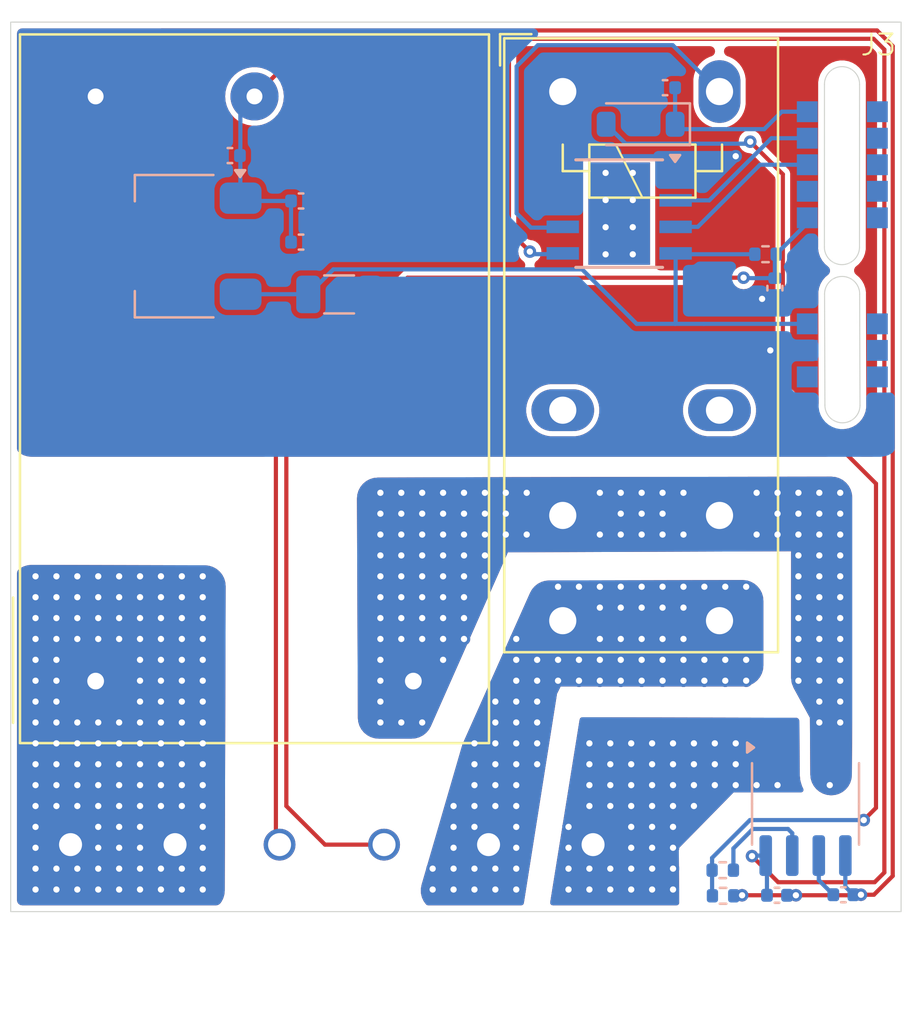
<source format=kicad_pcb>
(kicad_pcb (version 20240108) (generator "pcbnew") (generator_version "8.0")
  (layers (0 "F.Cu" signal) (31 "B.Cu" signal) (34 "B.Paste" user) (35 "F.Paste" user) (36 "B.SilkS" user "B.Silkscreen") (37 "F.SilkS" user "F.Silkscreen") (38 "B.Mask" user) (39 "F.Mask" user) (44 "Edge.Cuts" user))
  (net 0 "")
  (net 1 "MCU_MANUAL_SWITCH")
  (net 2 "GND")
  (net 3 "+5V")
  (net 4 "Net-(U1-FILTER)")
  (net 5 "MCU_POWER_CONS")
  (net 6 "MCU_VDD")
  (net 7 "MCU_RELAY_ON")
  (net 10 "Net-(D3-A)")
  (net 11 "MCU_RELAY_OFF")
  (net 13 "GNDPWR")
  (net 14 "AC")
  (net 15 "Net-(U1-VIOUT)")
  (net 17 "Net-(U2-OUT1)")
  (net 18 "/Power Switch/IP+")
  (net 19 "/Power Switch/LINE_OUT")
  (footprint "Pandora:Zeus Connector_2" (layer "F.Cu") (at 123.925 53.25)
    (property "Reference" "J3")
    (property "Value" "~")
    (fp_line (start -1.682179 6.471189) (end -1.678842 -1.314359) (stroke (width 0.05)) (layer "Edge.Cuts"))
    (fp_line (start -1.657179 14.046189) (end -1.673332 8.732226) (stroke (width 0.05)) (layer "Edge.Cuts"))
    (fp_line (start -0.000001 -1.3) (end -0.003338 6.485548) (stroke (width 0.05)) (layer "Edge.Cuts"))
    (fp_line (start 0.005509 8.746585) (end 0.021662 14.060548) (stroke (width 0.05)) (layer "Edge.Cuts"))
    (fp_arc (start -1.678842 -1.314359) (mid -0.83218 -2.153811) (end -0.000001 -1.3) (stroke (width 0.05)) (layer "Edge.Cuts"))
    (fp_arc (start -1.673332 8.732226) (mid -0.82667 7.892774) (end 0.005509 8.746585) (stroke (width 0.05)) (layer "Edge.Cuts"))
    (fp_arc (start -0.003338 6.485548) (mid -0.85 7.325) (end -1.682179 6.471189) (stroke (width 0.05)) (layer "Edge.Cuts"))
    (fp_arc (start 0.021662 14.060548) (mid -0.825 14.9) (end -1.657179 14.046189) (stroke (width 0.05)) (layer "Edge.Cuts"))
  )
  (footprint "Converter_ACDC:Converter_ACDC_MeanWell_IRM-02-xx_THT" (layer "F.Cu") (at 87.376 80.518 90)
    (property "Reference" "PS1" (hide yes))
    (property "Value" "IRM-02-5")
  )
  (footprint "Relay_THT:Relay_SPDT_Schrack-RT1-16A-FormC_RM5mm" (layer "F.Cu") (at 109.725 52.285 -90)
    (property "Reference" "K1" (hide yes))
    (property "Value" "RT314A05")
  )
  (footprint "Pandora:TE-2-796683-8" (layer "F.Cu") (at 86.175 88.35 90)
    (property "Reference" "J1" (hide yes))
    (property "Value" "Screw_Terminal_01x06")
  )
  (footprint "Capacitor_SMD:C_0402_1005Metric" (layer "B.Cu") (at 97.205 57.525)
    (property "Reference" "C6" (hide yes))
    (property "Value" "1uF")
  )
  (footprint "Package_TO_SOT_SMD:SOT-223-3_TabPin2" (layer "B.Cu") (at 91.161 59.69 180)
    (property "Reference" "U5" (hide yes))
    (property "Value" "LM3940")
  )
  (footprint "Resistor_SMD:R_0402_1005Metric" (layer "B.Cu") (at 117.38 89.575 180)
    (property "Reference" "R5" (hide yes))
    (property "Value" "2.1K")
  )
  (footprint "Capacitor_SMD:C_1206_3216Metric" (layer "B.Cu") (at 99.024999 62)
    (property "Reference" "C45" (hide yes))
    (property "Value" "33uF")
  )
  (footprint "Capacitor_SMD:C_0402_1005Metric" (layer "B.Cu") (at 97.205 59.495)
    (property "Reference" "C1" (hide yes))
    (property "Value" "0.1uF")
  )
  (footprint "Resistor_SMD:R_0402_1005Metric" (layer "B.Cu") (at 117.395001 90.8)
    (property "Reference" "R7" (hide yes))
    (property "Value" "10K")
  )
  (footprint "Capacitor_SMD:C_0402_1005Metric" (layer "B.Cu") (at 119.975 90.775)
    (property "Reference" "C3" (hide yes))
    (property "Value" "0.1uF")
  )
  (footprint "Resistor_SMD:R_0402_1005Metric" (layer "B.Cu") (at 119.425 60.075)
    (property "Reference" "R2" (hide yes))
    (property "Value" "100k")
  )
  (footprint "Package_SO:Texas_HSOP-8-1EP_3.9x4.9mm_P1.27mm_ThermalVias" (layer "B.Cu") (at 112.425 58.13 180)
    (property "Reference" "U2" (hide yes))
    (property "Value" "DRV8251")
  )
  (footprint "Capacitor_SMD:C_0402_1005Metric" (layer "B.Cu") (at 114.62 52.1 180)
    (property "Reference" "C5" (hide yes))
    (property "Value" "C")
  )
  (footprint "Capacitor_SMD:C_0402_1005Metric" (layer "B.Cu") (at 123.15 90.75)
    (property "Reference" "C4" (hide yes))
    (property "Value" "1nF")
  )
  (footprint "Capacitor_SMD:C_0402_1005Metric" (layer "B.Cu") (at 119.875 61.7 -90)
    (property "Reference" "C2" (hide yes))
    (property "Value" "0.1U")
  )
  (footprint "Capacitor_SMD:C_0402_1005Metric" (layer "B.Cu") (at 93.8 55.35 180)
    (property "Reference" "C44" (hide yes))
    (property "Value" "0.47uF")
  )
  (footprint "Package_SO:SOIC-8_3.9x4.9mm_P1.27mm" (layer "B.Cu") (at 121.34 86.4 -90)
    (property "Reference" "U1" (hide yes))
    (property "Value" "ACS712xLCTR-20A")
  )
  (footprint "Diode_SMD:D_SOD-123" (layer "B.Cu") (at 113.45 53.85 180)
    (property "Reference" "D3" (hide yes))
    (property "Value" "1N4448W")
  )
  (gr_rect (start 83.312 48.9585) (end 125.912 91.5585) (stroke (width 0.05)) (fill none) (layer "Edge.Cuts"))
  (segment (start 96 88.175) (end 96 67.5) (width 0.2) (layer "F.Cu") (net 1))
  (segment (start 102.3 61.2) (end 118.375 61.2) (width 0.2) (layer "F.Cu") (net 1))
  (segment (start 96.175 88.35) (end 96 88.175) (width 0.2) (layer "F.Cu") (net 1))
  (segment (start 96 67.5) (end 102.3 61.2) (width 0.2) (layer "F.Cu") (net 1))
  (via (at 118.375 61.2) (size 0.6) (drill 0.3) (layers "F.Cu" "B.Cu") (net 1))
  (segment (start 119.875 60.134999) (end 119.934999 60.075) (width 0.2) (layer "B.Cu") (net 1))
  (segment (start 121.679999 58.33) (end 119.934999 60.075) (width 0.2) (layer "B.Cu") (net 1))
  (segment (start 119.875 61.22) (end 118.395 61.22) (width 0.2) (layer "B.Cu") (net 1))
  (segment (start 118.395 61.22) (end 118.375 61.2) (width 0.2) (layer "B.Cu") (net 1))
  (segment (start 119.875 61.22) (end 119.875 60.134999) (width 0.2) (layer "B.Cu") (net 1))
  (segment (start 124.612 90.75) (end 125.512 89.85) (width 0.2) (layer "F.Cu") (net 2))
  (segment (start 119.261765 64.286765) (end 119.655 64.68) (width 0.2) (layer "F.Cu") (net 2))
  (segment (start 123.992 90.75) (end 124.612 90.75) (width 0.2) (layer "F.Cu") (net 2))
  (segment (start 96.5 67.565686) (end 96.5 86.5) (width 0.2) (layer "F.Cu") (net 2))
  (segment (start 120.88 90.775) (end 118.305 90.775) (width 0.2) (layer "F.Cu") (net 2))
  (segment (start 123.967 90.775) (end 123.992 90.75) (width 0.2) (layer "F.Cu") (net 2))
  (segment (start 125.512 50.109314) (end 124.761186 49.3585) (width 0.2) (layer "F.Cu") (net 2))
  (segment (start 98.35 88.35) (end 101.175 88.35) (width 0.2) (layer "F.Cu") (net 2))
  (segment (start 118.89853 61.85) (end 102.215686 61.85) (width 0.2) (layer "F.Cu") (net 2))
  (segment (start 124.761186 49.3585) (end 90.5355 49.3585) (width 0.2) (layer "F.Cu") (net 2))
  (segment (start 90.5355 49.3585) (end 87.376 52.518) (width 0.2) (layer "F.Cu") (net 2))
  (segment (start 120.88 90.775) (end 123.967 90.775) (width 0.2) (layer "F.Cu") (net 2))
  (segment (start 119.261765 62.213235) (end 119.261765 64.286765) (width 0.2) (layer "F.Cu") (net 2))
  (segment (start 125.512 89.85) (end 125.512 50.109314) (width 0.2) (layer "F.Cu") (net 2))
  (segment (start 102.215686 61.85) (end 96.5 67.565686) (width 0.2) (layer "F.Cu") (net 2))
  (segment (start 118 55.38) (end 119.261765 56.641765) (width 0.2) (layer "F.Cu") (net 2))
  (segment (start 119.261765 62.213235) (end 118.89853 61.85) (width 0.2) (layer "F.Cu") (net 2))
  (segment (start 96.5 86.5) (end 98.35 88.35) (width 0.2) (layer "F.Cu") (net 2))
  (segment (start 119.261765 56.641765) (end 119.261765 62.213235) (width 0.2) (layer "F.Cu") (net 2))
  (via (at 119.655 64.68) (size 0.6) (drill 0.3) (layers "F.Cu" "B.Cu") (net 2))
  (via (at 120.88 90.775) (size 0.6) (drill 0.3) (layers "F.Cu" "B.Cu") (net 2))
  (via (at 123.992 90.75) (size 0.6) (drill 0.3) (layers "F.Cu" "B.Cu") (net 2))
  (via (at 118 55.38) (size 0.6) (drill 0.3) (layers "F.Cu" "B.Cu") (net 2))
  (via (at 119.261765 62.213235) (size 0.6) (drill 0.3) (layers "F.Cu" "B.Cu") (net 2))
  (via (at 118.305 90.775) (size 0.6) (drill 0.3) (layers "F.Cu" "B.Cu") (net 2))
  (segment (start 109.725 54.525) (end 109.725 52.285) (width 0.2) (layer "B.Cu") (net 2))
  (segment (start 117.93 90.775) (end 117.905 90.8) (width 0.2) (layer "B.Cu") (net 2))
  (segment (start 118 55.38) (end 110.58 55.38) (width 0.2) (layer "B.Cu") (net 2))
  (segment (start 123.245 88.875) (end 123.245 90.365) (width 0.2) (layer "B.Cu") (net 2))
  (segment (start 123.992 90.75) (end 123.63 90.75) (width 0.2) (layer "B.Cu") (net 2))
  (segment (start 120.455 90.775) (end 120.88 90.775) (width 0.2) (layer "B.Cu") (net 2))
  (segment (start 121.425 64.68) (end 119.655 64.68) (width 0.2) (layer "B.Cu") (net 2))
  (segment (start 119.295 62.18) (end 119.875 62.18) (width 0.2) (layer "B.Cu") (net 2))
  (segment (start 118.305 90.775) (end 117.93 90.775) (width 0.2) (layer "B.Cu") (net 2))
  (segment (start 88.011 59.69) (end 88.011 53.153) (width 0.2) (layer "B.Cu") (net 2))
  (segment (start 88.011 53.153) (end 87.376 52.518) (width 0.2) (layer "B.Cu") (net 2))
  (segment (start 110.58 55.38) (end 109.725 54.525) (width 0.2) (layer "B.Cu") (net 2))
  (segment (start 119.261765 62.213235) (end 119.295 62.18) (width 0.2) (layer "B.Cu") (net 2))
  (segment (start 123.245 90.365) (end 123.63 90.75) (width 0.2) (layer "B.Cu") (net 2))
  (segment (start 107.15 58.95) (end 107.15 49.7585) (width 0.2) (layer "F.Cu") (net 3))
  (segment (start 125.112 89.684314) (end 125.112 50.275) (width 0.2) (layer "F.Cu") (net 3))
  (segment (start 97.7165 49.7585) (end 94.976 52.499) (width 0.2) (layer "F.Cu") (net 3))
  (segment (start 108.15 59.95) (end 107.15 58.95) (width 0.2) (layer "F.Cu") (net 3))
  (segment (start 124.5955 49.7585) (end 97.7165 49.7585) (width 0.2) (layer "F.Cu") (net 3))
  (segment (start 124.5955 49.7585) (end 125.112 50.275) (width 0.2) (layer "F.Cu") (net 3))
  (segment (start 124.646314 90.15) (end 125.112 89.684314) (width 0.2) (layer "F.Cu") (net 3))
  (segment (start 120.03 90.15) (end 124.646314 90.15) (width 0.2) (layer "F.Cu") (net 3))
  (segment (start 118.78 88.9) (end 120.03 90.15) (width 0.2) (layer "F.Cu") (net 3))
  (segment (start 94.976 52.499) (end 94.976 52.518) (width 0.2) (layer "F.Cu") (net 3))
  (via (at 118.78 88.9) (size 0.6) (drill 0.3) (layers "F.Cu" "B.Cu") (net 3))
  (via (at 108.15 59.95) (size 0.6) (drill 0.3) (layers "F.Cu" "B.Cu") (net 3))
  (segment (start 108.2964 60.0964) (end 108.303 60.0964) (width 0.2) (layer "B.Cu") (net 3))
  (segment (start 108.303 60.0964) (end 108.3284 60.071) (width 0.2) (layer "B.Cu") (net 3))
  (segment (start 119.495 90.775) (end 119.495 88.935) (width 0.2) (layer "B.Cu") (net 3))
  (segment (start 108.3284 60.071) (end 110.076 60.071) (width 0.2) (layer "B.Cu") (net 3))
  (segment (start 119.435 88.875) (end 118.805 88.875) (width 0.2) (layer "B.Cu") (net 3))
  (segment (start 94.3 55.372) (end 94.3 53.194) (width 0.2) (layer "B.Cu") (net 3))
  (segment (start 94.3 55.372) (end 94.3 57.379) (width 0.2) (layer "B.Cu") (net 3))
  (segment (start 94.3 53.194) (end 94.976 52.518) (width 0.2) (layer "B.Cu") (net 3))
  (segment (start 118.805 88.875) (end 118.78 88.9) (width 0.2) (layer "B.Cu") (net 3))
  (segment (start 119.495 88.935) (end 119.435 88.875) (width 0.2) (layer "B.Cu") (net 3))
  (segment (start 96.725 59.495) (end 96.725 57.525) (width 0.2) (layer "B.Cu") (net 3))
  (segment (start 94.446 57.525) (end 94.311 57.39) (width 0.2) (layer "B.Cu") (net 3))
  (segment (start 94.3 57.379) (end 94.311 57.39) (width 0.2) (layer "B.Cu") (net 3))
  (segment (start 108.15 59.95) (end 108.2964 60.0964) (width 0.2) (layer "B.Cu") (net 3))
  (segment (start 96.725 57.525) (end 94.446 57.525) (width 0.2) (layer "B.Cu") (net 3))
  (segment (start 122.67 90.75) (end 121.975 90.055) (width 0.2) (layer "B.Cu") (net 4))
  (segment (start 121.975 90.055) (end 121.975 88.875) (width 0.2) (layer "B.Cu") (net 4))
  (segment (start 115.1 52.1) (end 115.1 53.85) (width 0.2) (layer "B.Cu") (net 5))
  (segment (start 115.1 53.85) (end 115.335 54.085) (width 0.2) (layer "B.Cu") (net 5))
  (segment (start 120.2 53.25) (end 121.425 53.25) (width 0.2) (layer "B.Cu") (net 5))
  (segment (start 119.365 54.085) (end 120.2 53.25) (width 0.2) (layer "B.Cu") (net 5))
  (segment (start 115.335 54.085) (end 119.365 54.085) (width 0.2) (layer "B.Cu") (net 5))
  (segment (start 115.48 60.075) (end 118.915001 60.075) (width 0.2) (layer "B.Cu") (net 6))
  (segment (start 94.311 61.99) (end 97.539998 61.99) (width 0.2) (layer "B.Cu") (net 6))
  (segment (start 110.65 60.8) (end 113.26 63.41) (width 0.2) (layer "B.Cu") (net 6))
  (segment (start 115.125 63.385) (end 115.1 63.41) (width 0.2) (layer "B.Cu") (net 6))
  (segment (start 115.476 60.079) (end 115.48 60.075) (width 0.2) (layer "B.Cu") (net 6))
  (segment (start 115.1 63.41) (end 116.466 63.41) (width 0.2) (layer "B.Cu") (net 6))
  (segment (start 121.425 63.41) (end 116.466 63.41) (width 0.2) (layer "B.Cu") (net 6))
  (segment (start 97.539998 61.99) (end 97.549998 62) (width 0.2) (layer "B.Cu") (net 6))
  (segment (start 98.749998 60.8) (end 110.65 60.8) (width 0.2) (layer "B.Cu") (net 6))
  (segment (start 97.549998 62) (end 98.749998 60.8) (width 0.2) (layer "B.Cu") (net 6))
  (segment (start 113.26 63.41) (end 115.1 63.41) (width 0.2) (layer "B.Cu") (net 6))
  (segment (start 115.125 60.035) (end 115.125 63.385) (width 0.2) (layer "B.Cu") (net 6))
  (segment (start 119.16 55.79) (end 116.185 58.765) (width 0.2) (layer "B.Cu") (net 7))
  (segment (start 121.425 55.79) (end 119.16 55.79) (width 0.2) (layer "B.Cu") (net 7))
  (segment (start 116.185 58.765) (end 115.125 58.765) (width 0.2) (layer "B.Cu") (net 7))
  (segment (start 118.695002 54.685) (end 120.255 56.244998) (width 0.2) (layer "F.Cu") (net 10))
  (segment (start 124.712 86.588) (end 124.125 87.175) (width 0.2) (layer "F.Cu") (net 10))
  (segment (start 120.255 66.605) (end 124.712 71.062) (width 0.2) (layer "F.Cu") (net 10))
  (segment (start 124.712 71.062) (end 124.712 86.588) (width 0.2) (layer "F.Cu") (net 10))
  (segment (start 120.255 56.244998) (end 120.255 66.605) (width 0.2) (layer "F.Cu") (net 10))
  (via (at 124.125 87.175) (size 0.6) (drill 0.3) (layers "F.Cu" "B.Cu") (net 10))
  (via (at 118.695002 54.685) (size 0.6) (drill 0.3) (layers "F.Cu" "B.Cu") (net 10))
  (segment (start 118.600002 54.78) (end 118.695002 54.685) (width 0.2) (layer "B.Cu") (net 10))
  (segment (start 112.73 54.78) (end 118.600002 54.78) (width 0.2) (layer "B.Cu") (net 10))
  (segment (start 116.870001 88.984999) (end 118.68 87.175) (width 0.2) (layer "B.Cu") (net 10))
  (segment (start 116.870001 89.575) (end 116.870001 90.784999) (width 0.2) (layer "B.Cu") (net 10))
  (segment (start 111.8 53.85) (end 112.73 54.78) (width 0.2) (layer "B.Cu") (net 10))
  (segment (start 118.68 87.175) (end 124.125 87.175) (width 0.2) (layer "B.Cu") (net 10))
  (segment (start 116.870001 90.784999) (end 116.885002 90.8) (width 0.2) (layer "B.Cu") (net 10))
  (segment (start 116.870001 89.575) (end 116.870001 88.984999) (width 0.2) (layer "B.Cu") (net 10))
  (segment (start 116.733529 57.495) (end 115.125 57.495) (width 0.2) (layer "B.Cu") (net 11))
  (segment (start 119.708529 54.52) (end 116.733529 57.495) (width 0.2) (layer "B.Cu") (net 11))
  (segment (start 121.425 54.52) (end 119.708529 54.52) (width 0.2) (layer "B.Cu") (net 11))
  (via (at 90.5 79.5) (size 0.6) (drill 0.3) (layers "F.Cu" "B.Cu") (net 13))
  (via (at 88.5 75.5) (size 0.6) (drill 0.3) (layers "F.Cu" "B.Cu") (net 13))
  (via (at 85.5 82.5) (size 0.6) (drill 0.3) (layers "F.Cu" "B.Cu") (net 13))
  (via (at 90.5 78.5) (size 0.6) (drill 0.3) (layers "F.Cu" "B.Cu") (net 13))
  (via (at 89.5 75.5) (size 0.6) (drill 0.3) (layers "F.Cu" "B.Cu") (net 13))
  (via (at 92.5 75.5) (size 0.6) (drill 0.3) (layers "F.Cu" "B.Cu") (net 13))
  (via (at 84.5 84.5) (size 0.6) (drill 0.3) (layers "F.Cu" "B.Cu") (net 13))
  (via (at 91.5 85.5) (size 0.6) (drill 0.3) (layers "F.Cu" "B.Cu") (net 13))
  (via (at 92.5 81.5) (size 0.6) (drill 0.3) (layers "F.Cu" "B.Cu") (net 13))
  (via (at 85.5 78.5) (size 0.6) (drill 0.3) (layers "F.Cu" "B.Cu") (net 13))
  (via (at 86.5 75.5) (size 0.6) (drill 0.3) (layers "F.Cu" "B.Cu") (net 13))
  (via (at 90.5 76.5) (size 0.6) (drill 0.3) (layers "F.Cu" "B.Cu") (net 13))
  (via (at 92.5 87.5) (size 0.6) (drill 0.3) (layers "F.Cu" "B.Cu") (net 13))
  (via (at 88.5 83.5) (size 0.6) (drill 0.3) (layers "F.Cu" "B.Cu") (net 13))
  (via (at 91.5 77.5) (size 0.6) (drill 0.3) (layers "F.Cu" "B.Cu") (net 13))
  (via (at 91.5 76.5) (size 0.6) (drill 0.3) (layers "F.Cu" "B.Cu") (net 13))
  (via (at 92.5 86.5) (size 0.6) (drill 0.3) (layers "F.Cu" "B.Cu") (net 13))
  (via (at 87.5 84.5) (size 0.6) (drill 0.3) (layers "F.Cu" "B.Cu") (net 13))
  (via (at 87.5 76.5) (size 0.6) (drill 0.3) (layers "F.Cu" "B.Cu") (net 13))
  (via (at 84.5 81.5) (size 0.6) (drill 0.3) (layers "F.Cu" "B.Cu") (net 13))
  (via (at 84.5 90.5) (size 0.6) (drill 0.3) (layers "F.Cu" "B.Cu") (net 13))
  (via (at 84.5 88.5) (size 0.6) (drill 0.3) (layers "F.Cu" "B.Cu") (net 13))
  (via (at 88.5 78.5) (size 0.6) (drill 0.3) (layers "F.Cu" "B.Cu") (net 13))
  (via (at 85.5 86.5) (size 0.6) (drill 0.3) (layers "F.Cu" "B.Cu") (net 13))
  (via (at 86.5 76.5) (size 0.6) (drill 0.3) (layers "F.Cu" "B.Cu") (net 13))
  (via (at 88.5 82.5) (size 0.6) (drill 0.3) (layers "F.Cu" "B.Cu") (net 13))
  (via (at 92.5 84.5) (size 0.6) (drill 0.3) (layers "F.Cu" "B.Cu") (net 13))
  (via (at 92.5 79.5) (size 0.6) (drill 0.3) (layers "F.Cu" "B.Cu") (net 13))
  (via (at 91.5 75.5) (size 0.6) (drill 0.3) (layers "F.Cu" "B.Cu") (net 13))
  (via (at 92.5 90.5) (size 0.6) (drill 0.3) (layers "F.Cu" "B.Cu") (net 13))
  (via (at 89.5 87.5) (size 0.6) (drill 0.3) (layers "F.Cu" "B.Cu") (net 13))
  (via (at 85.5 84.5) (size 0.6) (drill 0.3) (layers "F.Cu" "B.Cu") (net 13))
  (via (at 92.5 83.5) (size 0.6) (drill 0.3) (layers "F.Cu" "B.Cu") (net 13))
  (via (at 91.5 82.5) (size 0.6) (drill 0.3) (layers "F.Cu" "B.Cu") (net 13))
  (via (at 84.5 78.5) (size 0.6) (drill 0.3) (layers "F.Cu" "B.Cu") (net 13))
  (via (at 85.5 75.5) (size 0.6) (drill 0.3) (layers "F.Cu" "B.Cu") (net 13))
  (via (at 90.5 89.5) (size 0.6) (drill 0.3) (layers "F.Cu" "B.Cu") (net 13))
  (via (at 85.5 76.5) (size 0.6) (drill 0.3) (layers "F.Cu" "B.Cu") (net 13))
  (via (at 84.5 79.5) (size 0.6) (drill 0.3) (layers "F.Cu" "B.Cu") (net 13))
  (via (at 87.5 75.5) (size 0.6) (drill 0.3) (layers "F.Cu" "B.Cu") (net 13))
  (via (at 91.5 83.5) (size 0.6) (drill 0.3) (layers "F.Cu" "B.Cu") (net 13))
  (via (at 90.5 90.5) (size 0.6) (drill 0.3) (layers "F.Cu" "B.Cu") (net 13))
  (via (at 89.5 88.5) (size 0.6) (drill 0.3) (layers "F.Cu" "B.Cu") (net 13))
  (via (at 89.5 81.5) (size 0.6) (drill 0.3) (layers "F.Cu" "B.Cu") (net 13))
  (via (at 90.5 82.5) (size 0.6) (drill 0.3) (layers "F.Cu" "B.Cu") (net 13))
  (via (at 90.5 81.5) (size 0.6) (drill 0.3) (layers "F.Cu" "B.Cu") (net 13))
  (via (at 87.5 90.5) (size 0.6) (drill 0.3) (layers "F.Cu" "B.Cu") (net 13))
  (via (at 92.5 85.5) (size 0.6) (drill 0.3) (layers "F.Cu" "B.Cu") (net 13))
  (via (at 89.5 76.5) (size 0.6) (drill 0.3) (layers "F.Cu" "B.Cu") (net 13))
  (via (at 84.5 75.5) (size 0.6) (drill 0.3) (layers "F.Cu" "B.Cu") (net 13))
  (via (at 91.5 86.5) (size 0.6) (drill 0.3) (layers "F.Cu" "B.Cu") (net 13))
  (via (at 89.5 77.5) (size 0.6) (drill 0.3) (layers "F.Cu" "B.Cu") (net 13))
  (via (at 90.5 85.5) (size 0.6) (drill 0.3) (layers "F.Cu" "B.Cu") (net 13))
  (via (at 87.5 77.5) (size 0.6) (drill 0.3) (layers "F.Cu" "B.Cu") (net 13))
  (via (at 90.5 83.5) (size 0.6) (drill 0.3) (layers "F.Cu" "B.Cu") (net 13))
  (via (at 89.5 79.5) (size 0.6) (drill 0.3) (layers "F.Cu" "B.Cu") (net 13))
  (via (at 86.5 77.5) (size 0.6) (drill 0.3) (layers "F.Cu" "B.Cu") (net 13))
  (via (at 87.5 89.5) (size 0.6) (drill 0.3) (layers "F.Cu" "B.Cu") (net 13))
  (via (at 85.5 83.5) (size 0.6) (drill 0.3) (layers "F.Cu" "B.Cu") (net 13))
  (via (at 90.5 80.5) (size 0.6) (drill 0.3) (layers "F.Cu" "B.Cu") (net 13))
  (via (at 90.5 86.5) (size 0.6) (drill 0.3) (layers "F.Cu" "B.Cu") (net 13))
  (via (at 92.5 80.5) (size 0.6) (drill 0.3) (layers "F.Cu" "B.Cu") (net 13))
  (via (at 85.5 85.5) (size 0.6) (drill 0.3) (layers "F.Cu" "B.Cu") (net 13))
  (via (at 86.5 86.5) (size 0.6) (drill 0.3) (layers "F.Cu" "B.Cu") (net 13))
  (via (at 91.5 78.5) (size 0.6) (drill 0.3) (layers "F.Cu" "B.Cu") (net 13))
  (via (at 89.5 78.5) (size 0.6) (drill 0.3) (layers "F.Cu" "B.Cu") (net 13))
  (via (at 86.5 89.5) (size 0.6) (drill 0.3) (layers "F.Cu" "B.Cu") (net 13))
  (via (at 92.5 82.5) (size 0.6) (drill 0.3) (layers "F.Cu" "B.Cu") (net 13))
  (via (at 92.5 77.5) (size 0.6) (drill 0.3) (layers "F.Cu" "B.Cu") (net 13))
  (via (at 90.5 84.5) (size 0.6) (drill 0.3) (layers "F.Cu" "B.Cu") (net 13))
  (via (at 87.5 78.5) (size 0.6) (drill 0.3) (layers "F.Cu" "B.Cu") (net 13))
  (via (at 85.5 77.5) (size 0.6) (drill 0.3) (layers "F.Cu" "B.Cu") (net 13))
  (via (at 91.5 79.5) (size 0.6) (drill 0.3) (layers "F.Cu" "B.Cu") (net 13))
  (via (at 87.5 87.5) (size 0.6) (drill 0.3) (layers "F.Cu" "B.Cu") (net 13))
  (via (at 88.5 85.5) (size 0.6) (drill 0.3) (layers "F.Cu" "B.Cu") (net 13))
  (via (at 86.5 82.5) (size 0.6) (drill 0.3) (layers "F.Cu" "B.Cu") (net 13))
  (via (at 84.5 76.5) (size 0.6) (drill 0.3) (layers "F.Cu" "B.Cu") (net 13))
  (via (at 84.5 89.5) (size 0.6) (drill 0.3) (layers "F.Cu" "B.Cu") (net 13))
  (via (at 85.5 79.5) (size 0.6) (drill 0.3) (layers "F.Cu" "B.Cu") (net 13))
  (via (at 90.5 75.5) (size 0.6) (drill 0.3) (layers "F.Cu" "B.Cu") (net 13))
  (via (at 89.5 86.5) (size 0.6) (drill 0.3) (layers "F.Cu" "B.Cu") (net 13))
  (via (at 89.5 89.5) (size 0.6) (drill 0.3) (layers "F.Cu" "B.Cu") (net 13))
  (via (at 84.5 80.5) (size 0.6) (drill 0.3) (layers "F.Cu" "B.Cu") (net 13))
  (via (at 89.5 85.5) (size 0.6) (drill 0.3) (layers "F.Cu" "B.Cu") (net 13))
  (via (at 84.5 85.5) (size 0.6) (drill 0.3) (layers "F.Cu" "B.Cu") (net 13))
  (via (at 84.5 77.5) (size 0.6) (drill 0.3) (layers "F.Cu" "B.Cu") (net 13))
  (via (at 91.5 89.5) (size 0.6) (drill 0.3) (layers "F.Cu" "B.Cu") (net 13))
  (via (at 86.5 90.5) (size 0.6) (drill 0.3) (layers "F.Cu" "B.Cu") (net 13))
  (via (at 84.5 86.5) (size 0.6) (drill 0.3) (layers "F.Cu" "B.Cu") (net 13))
  (via (at 92.5 89.5) (size 0.6) (drill 0.3) (layers "F.Cu" "B.Cu") (net 13))
  (via (at 84.5 82.5) (size 0.6) (drill 0.3) (layers "F.Cu" "B.Cu") (net 13))
  (via (at 89.5 82.5) (size 0.6) (drill 0.3) (layers "F.Cu" "B.Cu") (net 13))
  (via (at 88.5 88.5) (size 0.6) (drill 0.3) (layers "F.Cu" "B.Cu") (net 13))
  (via (at 88.5 89.5) (size 0.6) (drill 0.3) (layers "F.Cu" "B.Cu") (net 13))
  (via (at 85.5 81.5) (size 0.6) (drill 0.3) (layers "F.Cu" "B.Cu") (net 13))
  (via (at 91.5 84.5) (size 0.6) (drill 0.3) (layers "F.Cu" "B.Cu") (net 13))
  (via (at 91.5 90.5) (size 0.6) (drill 0.3) (layers "F.Cu" "B.Cu") (net 13))
  (via (at 86.5 84.5) (size 0.6) (drill 0.3) (layers "F.Cu" "B.Cu") (net 13))
  (via (at 88.5 76.5) (size 0.6) (drill 0.3) (layers "F.Cu" "B.Cu") (net 13))
  (via (at 88.5 87.5) (size 0.6) (drill 0.3) (layers "F.Cu" "B.Cu") (net 13))
  (via (at 85.5 90.5) (size 0.6) (drill 0.3) (layers "F.Cu" "B.Cu") (net 13))
  (via (at 87.5 88.5) (size 0.6) (drill 0.3) (layers "F.Cu" "B.Cu") (net 13))
  (via (at 84.5 83.5) (size 0.6) (drill 0.3) (layers "F.Cu" "B.Cu") (net 13))
  (via (at 86.5 83.5) (size 0.6) (drill 0.3) (layers "F.Cu" "B.Cu") (net 13))
  (via (at 91.5 80.5) (size 0.6) (drill 0.3) (layers "F.Cu" "B.Cu") (net 13))
  (via (at 89.5 80.5) (size 0.6) (drill 0.3) (layers "F.Cu" "B.Cu") (net 13))
  (via (at 86.5 85.5) (size 0.6) (drill 0.3) (layers "F.Cu" "B.Cu") (net 13))
  (via (at 89.5 90.5) (size 0.6) (drill 0.3) (layers "F.Cu" "B.Cu") (net 13))
  (via (at 89.5 84.5) (size 0.6) (drill 0.3) (layers "F.Cu" "B.Cu") (net 13))
  (via (at 88.5 86.5) (size 0.6) (drill 0.3) (layers "F.Cu" "B.Cu") (net 13))
  (via (at 87.5 82.5) (size 0.6) (drill 0.3) (layers "F.Cu" "B.Cu") (net 13))
  (via (at 85.5 89.5) (size 0.6) (drill 0.3) (layers "F.Cu" "B.Cu") (net 13))
  (via (at 85.5 80.5) (size 0.6) (drill 0.3) (layers "F.Cu" "B.Cu") (net 13))
  (via (at 90.5 77.5) (size 0.6) (drill 0.3) (layers "F.Cu" "B.Cu") (net 13))
  (via (at 91.5 81.5) (size 0.6) (drill 0.3) (layers "F.Cu" "B.Cu") (net 13))
  (via (at 84.5 87.5) (size 0.6) (drill 0.3) (layers "F.Cu" "B.Cu") (net 13))
  (via (at 87.5 83.5) (size 0.6) (drill 0.3) (layers "F.Cu" "B.Cu") (net 13))
  (via (at 92.5 88.5) (size 0.6) (drill 0.3) (layers "F.Cu" "B.Cu") (net 13))
  (via (at 88.5 84.5) (size 0.6) (drill 0.3) (layers "F.Cu" "B.Cu") (net 13))
  (via (at 88.5 77.5) (size 0.6) (drill 0.3) (layers "F.Cu" "B.Cu") (net 13))
  (via (at 89.5 83.5) (size 0.6) (drill 0.3) (layers "F.Cu" "B.Cu") (net 13))
  (via (at 88.5 90.5) (size 0.6) (drill 0.3) (layers "F.Cu" "B.Cu") (net 13))
  (via (at 87.5 86.5) (size 0.6) (drill 0.3) (layers "F.Cu" "B.Cu") (net 13))
  (via (at 92.5 76.5) (size 0.6) (drill 0.3) (layers "F.Cu" "B.Cu") (net 13))
  (via (at 87.5 85.5) (size 0.6) (drill 0.3) (layers "F.Cu" "B.Cu") (net 13))
  (via (at 92.5 78.5) (size 0.6) (drill 0.3) (layers "F.Cu" "B.Cu") (net 13))
  (via (at 86.5 78.5) (size 0.6) (drill 0.3) (layers "F.Cu" "B.Cu") (net 13))
  (segment (start 109.725 73.369) (end 109.725 72.585) (width 0.2) (layer "F.Cu") (net 14))
  (via (at 120 71.5) (size 0.6) (drill 0.3) (layers "F.Cu" "B.Cu") (net 14))
  (via (at 102 73.5) (size 0.6) (drill 0.3) (layers "F.Cu" "B.Cu") (net 14))
  (via (at 106 73.5) (size 0.6) (drill 0.3) (layers "F.Cu" "B.Cu") (net 14))
  (via (at 121 79.5) (size 0.6) (drill 0.3) (layers "F.Cu" "B.Cu") (net 14))
  (via (at 113.5 72.5) (size 0.6) (drill 0.3) (layers "F.Cu" "B.Cu") (net 14))
  (via (at 101 78.5) (size 0.6) (drill 0.3) (layers "F.Cu" "B.Cu") (net 14))
  (via (at 101 72.5) (size 0.6) (drill 0.3) (layers "F.Cu" "B.Cu") (net 14))
  (via (at 106 71.5) (size 0.6) (drill 0.3) (layers "F.Cu" "B.Cu") (net 14))
  (via (at 104 78.5) (size 0.6) (drill 0.3) (layers "F.Cu" "B.Cu") (net 14))
  (via (at 107 71.5) (size 0.6) (drill 0.3) (layers "F.Cu" "B.Cu") (net 14))
  (via (at 120 73.5) (size 0.6) (drill 0.3) (layers "F.Cu" "B.Cu") (net 14))
  (via (at 123 72.5) (size 0.6) (drill 0.3) (layers "F.Cu" "B.Cu") (net 14))
  (via (at 115.5 71.5) (size 0.6) (drill 0.3) (layers "F.Cu" "B.Cu") (net 14))
  (via (at 111.5 71.5) (size 0.6) (drill 0.3) (layers "F.Cu" "B.Cu") (net 14))
  (via (at 114.5 73.5) (size 0.6) (drill 0.3) (layers "F.Cu" "B.Cu") (net 14))
  (via (at 122 71.5) (size 0.6) (drill 0.3) (layers "F.Cu" "B.Cu") (net 14))
  (via (at 121 78.5) (size 0.6) (drill 0.3) (layers "F.Cu" "B.Cu") (net 14))
  (via (at 106 72.5) (size 0.6) (drill 0.3) (layers "F.Cu" "B.Cu") (net 14))
  (via (at 121 72.5) (size 0.6) (drill 0.3) (layers "F.Cu" "B.Cu") (net 14))
  (via (at 121 76.5) (size 0.6) (drill 0.3) (layers "F.Cu" "B.Cu") (net 14))
  (via (at 121 73.5) (size 0.6) (drill 0.3) (layers "F.Cu" "B.Cu") (net 14))
  (via (at 112.5 71.5) (size 0.6) (drill 0.3) (layers "F.Cu" "B.Cu") (net 14))
  (via (at 101 81.5) (size 0.6) (drill 0.3) (layers "F.Cu" "B.Cu") (net 14))
  (via (at 123 73.5) (size 0.6) (drill 0.3) (layers "F.Cu" "B.Cu") (net 14))
  (via (at 101 80.5) (size 0.6) (drill 0.3) (layers "F.Cu" "B.Cu") (net 14))
  (via (at 122 72.5) (size 0.6) (drill 0.3) (layers "F.Cu" "B.Cu") (net 14))
  (via (at 101 71.5) (size 0.6) (drill 0.3) (layers "F.Cu" "B.Cu") (net 14))
  (via (at 114.5 72.5) (size 0.6) (drill 0.3) (layers "F.Cu" "B.Cu") (net 14))
  (via (at 106 75.5) (size 0.6) (drill 0.3) (layers "F.Cu" "B.Cu") (net 14))
  (via (at 103 73.5) (size 0.6) (drill 0.3) (layers "F.Cu" "B.Cu") (net 14))
  (via (at 101 79.5) (size 0.6) (drill 0.3) (layers "F.Cu" "B.Cu") (net 14))
  (via (at 122 82.5) (size 0.6) (drill 0.3) (layers "F.Cu" "B.Cu") (net 14))
  (via (at 105 73.5) (size 0.6) (drill 0.3) (layers "F.Cu" "B.Cu") (net 14))
  (via (at 121 71.5) (size 0.6) (drill 0.3) (layers "F.Cu" "B.Cu") (net 14))
  (via (at 102 74.5) (size 0.6) (drill 0.3) (layers "F.Cu" "B.Cu") (net 14))
  (via (at 104 72.5) (size 0.6) (drill 0.3) (layers "F.Cu" "B.Cu") (net 14))
  (via (at 122 79.5) (size 0.6) (drill 0.3) (layers "F.Cu" "B.Cu") (net 14))
  (via (at 103 71.5) (size 0.6) (drill 0.3) (layers "F.Cu" "B.Cu") (net 14))
  (via (at 105 77.5) (size 0.6) (drill 0.3) (layers "F.Cu" "B.Cu") (net 14))
  (via (at 123 75.5) (size 0.6) (drill 0.3) (layers "F.Cu" "B.Cu") (net 14))
  (via (at 121 75.5) (size 0.6) (drill 0.3) (layers "F.Cu" "B.Cu") (net 14))
  (via (at 121 77.5) (size 0.6) (drill 0.3) (layers "F.Cu" "B.Cu") (net 14))
  (via (at 122 78.5) (size 0.6) (drill 0.3) (layers "F.Cu" "B.Cu") (net 14))
  (via (at 113.5 71.5) (size 0.6) (drill 0.3) (layers "F.Cu" "B.Cu") (net 14))
  (via (at 123 78.5) (size 0.6) (drill 0.3) (layers "F.Cu" "B.Cu") (net 14))
  (via (at 105 72.5) (size 0.6) (drill 0.3) (layers "F.Cu" "B.Cu") (net 14))
  (via (at 102 77.5) (size 0.6) (drill 0.3) (layers "F.Cu" "B.Cu") (net 14))
  (via (at 122 80.5) (size 0.6) (drill 0.3) (layers "F.Cu" "B.Cu") (net 14))
  (via (at 119 73.5) (size 0.6) (drill 0.3) (layers "F.Cu" "B.Cu") (net 14))
  (via (at 104 74.5) (size 0.6) (drill 0.3) (layers "F.Cu" "B.Cu") (net 14))
  (via (at 122.5 85.5) (size 0.6) (drill 0.3) (layers "F.Cu" "B.Cu") (net 14))
  (via (at 122 76.5) (size 0.6) (drill 0.3) (layers "F.Cu" "B.Cu") (net 14))
  (via (at 123 76.5) (size 0.6) (drill 0.3) (layers "F.Cu" "B.Cu") (net 14))
  (via (at 122 75.5) (size 0.6) (drill 0.3) (layers "F.Cu" "B.Cu") (net 14))
  (via (at 103 76.5) (size 0.6) (drill 0.3) (layers "F.Cu" "B.Cu") (net 14))
  (via (at 105 78.5) (size 0.6) (drill 0.3) (layers "F.Cu" "B.Cu") (net 14))
  (via (at 114.5 71.5) (size 0.6) (drill 0.3) (layers "F.Cu" "B.Cu") (net 14))
  (via (at 122 81.5) (size 0.6) (drill 0.3) (layers "F.Cu" "B.Cu") (net 14))
  (via (at 103 74.5) (size 0.6) (drill 0.3) (layers "F.Cu" "B.Cu") (net 14))
  (via (at 102 75.5) (size 0.6) (drill 0.3) (layers "F.Cu" "B.Cu") (net 14))
  (via (at 113.5 73.5) (size 0.6) (drill 0.3) (layers "F.Cu" "B.Cu") (net 14))
  (via (at 104 79.5) (size 0.6) (drill 0.3) (layers "F.Cu" "B.Cu") (net 14))
  (via (at 105 71.5) (size 0.6) (drill 0.3) (layers "F.Cu" "B.Cu") (net 14))
  (via (at 102 71.5) (size 0.6) (drill 0.3) (layers "F.Cu" "B.Cu") (net 14))
  (via (at 103 75.5) (size 0.6) (drill 0.3) (layers "F.Cu" "B.Cu") (net 14))
  (via (at 101 76.5) (size 0.6) (drill 0.3) (layers "F.Cu" "B.Cu") (net 14))
  (via (at 105 76.5) (size 0.6) (drill 0.3) (layers "F.Cu" "B.Cu") (net 14))
  (via (at 102 82.5) (size 0.6) (drill 0.3) (layers "F.Cu" "B.Cu") (net 14))
  (via (at 104 71.5) (size 0.6) (drill 0.3) (layers "F.Cu" "B.Cu") (net 14))
  (via (at 120 72.5) (size 0.6) (drill 0.3) (layers "F.Cu" "B.Cu") (net 14))
  (via (at 105 74.5) (size 0.6) (drill 0.3) (layers "F.Cu" "B.Cu") (net 14))
  (via (at 111.5 73.5) (size 0.6) (drill 0.3) (layers "F.Cu" "B.Cu") (net 14))
  (via (at 101 82.5) (size 0.6) (drill 0.3) (layers "F.Cu" "B.Cu") (net 14))
  (via (at 121 80.5) (size 0.6) (drill 0.3) (layers "F.Cu" "B.Cu") (net 14))
  (via (at 104 75.5) (size 0.6) (drill 0.3) (layers "F.Cu" "B.Cu") (net 14))
  (via (at 121 74.5) (size 0.6) (drill 0.3) (layers "F.Cu" "B.Cu") (net 14))
  (via (at 102 76.5) (size 0.6) (drill 0.3) (layers "F.Cu" "B.Cu") (net 14))
  (via (at 105 75.5) (size 0.6) (drill 0.3) (layers "F.Cu" "B.Cu") (net 14))
  (via (at 103 82.5) (size 0.6) (drill 0.3) (layers "F.Cu" "B.Cu") (net 14))
  (via (at 108 73.5) (size 0.6) (drill 0.3) (layers "F.Cu" "B.Cu") (net 14))
  (via (at 103 78.5) (size 0.6) (drill 0.3) (layers "F.Cu" "B.Cu") (net 14))
  (via (at 101 74.5) (size 0.6) (drill 0.3) (layers "F.Cu" "B.Cu") (net 14))
  (via (at 122 74.5) (size 0.6) (drill 0.3) (layers "F.Cu" "B.Cu") (net 14))
  (via (at 107 73.5) (size 0.6) (drill 0.3) (layers "F.Cu" "B.Cu") (net 14))
  (via (at 104 77.5) (size 0.6) (drill 0.3) (layers "F.Cu" "B.Cu") (net 14))
  (via (at 123 81.5) (size 0.6) (drill 0.3) (layers "F.Cu" "B.Cu") (net 14))
  (via (at 123 71.5) (size 0.6) (drill 0.3) (layers "F.Cu" "B.Cu") (net 14))
  (via (at 101 75.5) (size 0.6) (drill 0.3) (layers "F.Cu" "B.Cu") (net 14))
  (via (at 102 72.5) (size 0.6) (drill 0.3) (layers "F.Cu" "B.Cu") (net 14))
  (via (at 119 71.5) (size 0.6) (drill 0.3) (layers "F.Cu" "B.Cu") (net 14))
  (via (at 122 73.5) (size 0.6) (drill 0.3) (layers "F.Cu" "B.Cu") (net 14))
  (via (at 123 74.5) (size 0.6) (drill 0.3) (layers "F.Cu" "B.Cu") (net 14))
  (via (at 123 82.5) (size 0.6) (drill 0.3) (layers "F.Cu" "B.Cu") (net 14))
  (via (at 123 79.5) (size 0.6) (drill 0.3) (layers "F.Cu" "B.Cu") (net 14))
  (via (at 112.5 73.5) (size 0.6) (drill 0.3) (layers "F.Cu" "B.Cu") (net 14))
  (via (at 123 80.5) (size 0.6) (drill 0.3) (layers "F.Cu" "B.Cu") (net 14))
  (via (at 106 74.5) (size 0.6) (drill 0.3) (layers "F.Cu" "B.Cu") (net 14))
  (via (at 101 73.5) (size 0.6) (drill 0.3) (layers "F.Cu" "B.Cu") (net 14))
  (via (at 101 77.5) (size 0.6) (drill 0.3) (layers "F.Cu" "B.Cu") (net 14))
  (via (at 112.5 72.5) (size 0.6) (drill 0.3) (layers "F.Cu" "B.Cu") (net 14))
  (via (at 103 77.5) (size 0.6) (drill 0.3) (layers "F.Cu" "B.Cu") (net 14))
  (via (at 102 78.5) (size 0.6) (drill 0.3) (layers "F.Cu" "B.Cu") (net 14))
  (via (at 104 73.5) (size 0.6) (drill 0.3) (layers "F.Cu" "B.Cu") (net 14))
  (via (at 122 77.5) (size 0.6) (drill 0.3) (layers "F.Cu" "B.Cu") (net 14))
  (via (at 108 71.5) (size 0.6) (drill 0.3) (layers "F.Cu" "B.Cu") (net 14))
  (via (at 103 72.5) (size 0.6) (drill 0.3) (layers "F.Cu" "B.Cu") (net 14))
  (via (at 123 77.5) (size 0.6) (drill 0.3) (layers "F.Cu" "B.Cu") (net 14))
  (via (at 107 72.5) (size 0.6) (drill 0.3) (layers "F.Cu" "B.Cu") (net 14))
  (via (at 115.5 73.5) (size 0.6) (drill 0.3) (layers "F.Cu" "B.Cu") (net 14))
  (via (at 104 76.5) (size 0.6) (drill 0.3) (layers "F.Cu" "B.Cu") (net 14))
  (segment (start 120.705 87.8) (end 120.705 88.875) (width 0.2) (layer "B.Cu") (net 15))
  (segment (start 117.889999 89.575) (end 117.889999 88.530687) (width 0.2) (layer "B.Cu") (net 15))
  (segment (start 117.889999 88.530687) (end 118.820686 87.6) (width 0.2) (layer "B.Cu") (net 15))
  (segment (start 118.820686 87.6) (end 120.505 87.6) (width 0.2) (layer "B.Cu") (net 15))
  (segment (start 120.505 87.6) (end 120.705 87.8) (width 0.2) (layer "B.Cu") (net 15))
  (segment (start 108.204 58.801) (end 107.5182 58.1152) (width 0.2) (layer "B.Cu") (net 17))
  (segment (start 108.5342 50.0634) (end 114.9854 50.0634) (width 0.2) (layer "B.Cu") (net 17))
  (segment (start 107.5182 51.0794) (end 108.5342 50.0634) (width 0.2) (layer "B.Cu") (net 17))
  (segment (start 114.9854 50.0634) (end 117.288 52.366) (width 0.2) (layer "B.Cu") (net 17))
  (segment (start 110.076 58.801) (end 108.204 58.801) (width 0.2) (layer "B.Cu") (net 17))
  (segment (start 107.5182 58.1152) (end 107.5182 51.0794) (width 0.2) (layer "B.Cu") (net 17))
  (via (at 114 85.5) (size 0.6) (drill 0.3) (layers "F.Cu" "B.Cu") (net 18))
  (via (at 118 84.5) (size 0.6) (drill 0.3) (layers "F.Cu" "B.Cu") (net 18))
  (via (at 113 83.5) (size 0.6) (drill 0.3) (layers "F.Cu" "B.Cu") (net 18))
  (via (at 110 88.5) (size 0.6) (drill 0.3) (layers "F.Cu" "B.Cu") (net 18))
  (via (at 115 86.5) (size 0.6) (drill 0.3) (layers "F.Cu" "B.Cu") (net 18))
  (via (at 116 86.5) (size 0.6) (drill 0.3) (layers "F.Cu" "B.Cu") (net 18))
  (via (at 115 89.5) (size 0.6) (drill 0.3) (layers "F.Cu" "B.Cu") (net 18))
  (via (at 114 87.5) (size 0.6) (drill 0.3) (layers "F.Cu" "B.Cu") (net 18))
  (via (at 111 84.5) (size 0.6) (drill 0.3) (layers "F.Cu" "B.Cu") (net 18))
  (via (at 111 90.5) (size 0.6) (drill 0.3) (layers "F.Cu" "B.Cu") (net 18))
  (via (at 113 90.5) (size 0.6) (drill 0.3) (layers "F.Cu" "B.Cu") (net 18))
  (via (at 116 83.5) (size 0.6) (drill 0.3) (layers "F.Cu" "B.Cu") (net 18))
  (via (at 111 89.5) (size 0.6) (drill 0.3) (layers "F.Cu" "B.Cu") (net 18))
  (via (at 111 86.5) (size 0.6) (drill 0.3) (layers "F.Cu" "B.Cu") (net 18))
  (via (at 112 86.5) (size 0.6) (drill 0.3) (layers "F.Cu" "B.Cu") (net 18))
  (via (at 119 85.5) (size 0.6) (drill 0.3) (layers "F.Cu" "B.Cu") (net 18))
  (via (at 114 84.5) (size 0.6) (drill 0.3) (layers "F.Cu" "B.Cu") (net 18))
  (via (at 118 83.5) (size 0.6) (drill 0.3) (layers "F.Cu" "B.Cu") (net 18))
  (via (at 110 89.5) (size 0.6) (drill 0.3) (layers "F.Cu" "B.Cu") (net 18))
  (via (at 112 83.5) (size 0.6) (drill 0.3) (layers "F.Cu" "B.Cu") (net 18))
  (via (at 112 89.5) (size 0.6) (drill 0.3) (layers "F.Cu" "B.Cu") (net 18))
  (via (at 117 85.5) (size 0.6) (drill 0.3) (layers "F.Cu" "B.Cu") (net 18))
  (via (at 117 83.5) (size 0.6) (drill 0.3) (layers "F.Cu" "B.Cu") (net 18))
  (via (at 114 89.5) (size 0.6) (drill 0.3) (layers "F.Cu" "B.Cu") (net 18))
  (via (at 110 90.5) (size 0.6) (drill 0.3) (layers "F.Cu" "B.Cu") (net 18))
  (via (at 110 87.5) (size 0.6) (drill 0.3) (layers "F.Cu" "B.Cu") (net 18))
  (via (at 118 85.5) (size 0.6) (drill 0.3) (layers "F.Cu" "B.Cu") (net 18))
  (via (at 116 84.5) (size 0.6) (drill 0.3) (layers "F.Cu" "B.Cu") (net 18))
  (via (at 114 83.5) (size 0.6) (drill 0.3) (layers "F.Cu" "B.Cu") (net 18))
  (via (at 113 86.5) (size 0.6) (drill 0.3) (layers "F.Cu" "B.Cu") (net 18))
  (via (at 113 84.5) (size 0.6) (drill 0.3) (layers "F.Cu" "B.Cu") (net 18))
  (via (at 115 83.5) (size 0.6) (drill 0.3) (layers "F.Cu" "B.Cu") (net 18))
  (via (at 112 85.5) (size 0.6) (drill 0.3) (layers "F.Cu" "B.Cu") (net 18))
  (via (at 112 90.5) (size 0.6) (drill 0.3) (layers "F.Cu" "B.Cu") (net 18))
  (via (at 115 90.5) (size 0.6) (drill 0.3) (layers "F.Cu" "B.Cu") (net 18))
  (via (at 112 84.5) (size 0.6) (drill 0.3) (layers "F.Cu" "B.Cu") (net 18))
  (via (at 114 86.5) (size 0.6) (drill 0.3) (layers "F.Cu" "B.Cu") (net 18))
  (via (at 120 85.5) (size 0.6) (drill 0.3) (layers "F.Cu" "B.Cu") (net 18))
  (via (at 111 85.5) (size 0.6) (drill 0.3) (layers "F.Cu" "B.Cu") (net 18))
  (via (at 113 89.5) (size 0.6) (drill 0.3) (layers "F.Cu" "B.Cu") (net 18))
  (via (at 116 85.5) (size 0.6) (drill 0.3) (layers "F.Cu" "B.Cu") (net 18))
  (via (at 117 84.5) (size 0.6) (drill 0.3) (layers "F.Cu" "B.Cu") (net 18))
  (via (at 114 90.5) (size 0.6) (drill 0.3) (layers "F.Cu" "B.Cu") (net 18))
  (via (at 115 88.5) (size 0.6) (drill 0.3) (layers "F.Cu" "B.Cu") (net 18))
  (via (at 113 88.5) (size 0.6) (drill 0.3) (layers "F.Cu" "B.Cu") (net 18))
  (via (at 114 88.5) (size 0.6) (drill 0.3) (layers "F.Cu" "B.Cu") (net 18))
  (via (at 113 85.5) (size 0.6) (drill 0.3) (layers "F.Cu" "B.Cu") (net 18))
  (via (at 111 83.5) (size 0.6) (drill 0.3) (layers "F.Cu" "B.Cu") (net 18))
  (via (at 113 87.5) (size 0.6) (drill 0.3) (layers "F.Cu" "B.Cu") (net 18))
  (via (at 115 85.5) (size 0.6) (drill 0.3) (layers "F.Cu" "B.Cu") (net 18))
  (via (at 115 87.5) (size 0.6) (drill 0.3) (layers "F.Cu" "B.Cu") (net 18))
  (via (at 115 84.5) (size 0.6) (drill 0.3) (layers "F.Cu" "B.Cu") (net 18))
  (via (at 111.5 78.5) (size 0.6) (drill 0.3) (layers "F.Cu" "B.Cu") (net 19))
  (via (at 111.5 79.5) (size 0.6) (drill 0.3) (layers "F.Cu" "B.Cu") (net 19))
  (via (at 105.5 87.5) (size 0.6) (drill 0.3) (layers "F.Cu" "B.Cu") (net 19))
  (via (at 113.5 76) (size 0.6) (drill 0.3) (layers "F.Cu" "B.Cu") (net 19))
  (via (at 116.5 79.5) (size 0.6) (drill 0.3) (layers "F.Cu" "B.Cu") (net 19))
  (via (at 112.5 80.5) (size 0.6) (drill 0.3) (layers "F.Cu" "B.Cu") (net 19))
  (via (at 107.5 85.5) (size 0.6) (drill 0.3) (layers "F.Cu" "B.Cu") (net 19))
  (via (at 104.5 86.5) (size 0.6) (drill 0.3) (layers "F.Cu" "B.Cu") (net 19))
  (via (at 103.5 89.5) (size 0.6) (drill 0.3) (layers "F.Cu" "B.Cu") (net 19))
  (via (at 112.5 79.5) (size 0.6) (drill 0.3) (layers "F.Cu" "B.Cu") (net 19))
  (via (at 108.5 79.5) (size 0.6) (drill 0.3) (layers "F.Cu" "B.Cu") (net 19))
  (via (at 106.5 85.5) (size 0.6) (drill 0.3) (layers "F.Cu" "B.Cu") (net 19))
  (via (at 108.5 83.5) (size 0.6) (drill 0.3) (layers "F.Cu" "B.Cu") (net 19))
  (via (at 107.5 82.5) (size 0.6) (drill 0.3) (layers "F.Cu" "B.Cu") (net 19))
  (via (at 117.5 76) (size 0.6) (drill 0.3) (layers "F.Cu" "B.Cu") (net 19))
  (via (at 104.5 88.5) (size 0.6) (drill 0.3) (layers "F.Cu" "B.Cu") (net 19))
  (via (at 114.5 78.5) (size 0.6) (drill 0.3) (layers "F.Cu" "B.Cu") (net 19))
  (via (at 110.5 79.5) (size 0.6) (drill 0.3) (layers "F.Cu" "B.Cu") (net 19))
  (via (at 106.5 89.5) (size 0.6) (drill 0.3) (layers "F.Cu" "B.Cu") (net 19))
  (via (at 109.5 76) (size 0.6) (drill 0.3) (layers "F.Cu" "B.Cu") (net 19))
  (via (at 111.5 80.5) (size 0.6) (drill 0.3) (layers "F.Cu" "B.Cu") (net 19))
  (via (at 112.5 76) (size 0.6) (drill 0.3) (layers "F.Cu" "B.Cu") (net 19))
  (via (at 115.5 76) (size 0.6) (drill 0.3) (layers "F.Cu" "B.Cu") (net 19))
  (via (at 115.5 79.5) (size 0.6) (drill 0.3) (layers "F.Cu" "B.Cu") (net 19))
  (via (at 106.5 81.5) (size 0.6) (drill 0.3) (layers "F.Cu" "B.Cu") (net 19))
  (via (at 114.5 80.5) (size 0.6) (drill 0.3) (layers "F.Cu" "B.Cu") (net 19))
  (via (at 105.5 83.5) (size 0.6) (drill 0.3) (layers "F.Cu" "B.Cu") (net 19))
  (via (at 110.5 76) (size 0.6) (drill 0.3) (layers "F.Cu" "B.Cu") (net 19))
  (via (at 108.5 80.5) (size 0.6) (drill 0.3) (layers "F.Cu" "B.Cu") (net 19))
  (via (at 105.5 84.5) (size 0.6) (drill 0.3) (layers "F.Cu" "B.Cu") (net 19))
  (via (at 110.5 80.5) (size 0.6) (drill 0.3) (layers "F.Cu" "B.Cu") (net 19))
  (via (at 115.5 78.5) (size 0.6) (drill 0.3) (layers "F.Cu" "B.Cu") (net 19))
  (via (at 107.5 88.5) (size 0.6) (drill 0.3) (layers "F.Cu" "B.Cu") (net 19))
  (via (at 108.5 82.5) (size 0.6) (drill 0.3) (layers "F.Cu" "B.Cu") (net 19))
  (via (at 104.5 89.5) (size 0.6) (drill 0.3) (layers "F.Cu" "B.Cu") (net 19))
  (via (at 107.5 80.5) (size 0.6) (drill 0.3) (layers "F.Cu" "B.Cu") (net 19))
  (via (at 104.5 90.5) (size 0.6) (drill 0.3) (layers "F.Cu" "B.Cu") (net 19))
  (via (at 112.5 78.5) (size 0.6) (drill 0.3) (layers "F.Cu" "B.Cu") (net 19))
  (via (at 118.5 79.5) (size 0.6) (drill 0.3) (layers "F.Cu" "B.Cu") (net 19))
  (via (at 115.5 80.5) (size 0.6) (drill 0.3) (layers "F.Cu" "B.Cu") (net 19))
  (via (at 105.5 85.5) (size 0.6) (drill 0.3) (layers "F.Cu" "B.Cu") (net 19))
  (via (at 109.5 80.5) (size 0.6) (drill 0.3) (layers "F.Cu" "B.Cu") (net 19))
  (via (at 117.5 80.5) (size 0.6) (drill 0.3) (layers "F.Cu" "B.Cu") (net 19))
  (via (at 103.5 90.5) (size 0.6) (drill 0.3) (layers "F.Cu" "B.Cu") (net 19))
  (via (at 105.5 90.5) (size 0.6) (drill 0.3) (layers "F.Cu" "B.Cu") (net 19))
  (via (at 112.5 77) (size 0.6) (drill 0.3) (layers "F.Cu" "B.Cu") (net 19))
  (via (at 107.5 84.5) (size 0.6) (drill 0.3) (layers "F.Cu" "B.Cu") (net 19))
  (via (at 107.5 83.5) (size 0.6) (drill 0.3) (layers "F.Cu" "B.Cu") (net 19))
  (via (at 107.5 89.5) (size 0.6) (drill 0.3) (layers "F.Cu" "B.Cu") (net 19))
  (via (at 107.5 79.5) (size 0.6) (drill 0.3) (layers "F.Cu" "B.Cu") (net 19))
  (via (at 108.5 84.5) (size 0.6) (drill 0.3) (layers "F.Cu" "B.Cu") (net 19))
  (via (at 116.5 76) (size 0.6) (drill 0.3) (layers "F.Cu" "B.Cu") (net 19))
  (via (at 114.5 76) (size 0.6) (drill 0.3) (layers "F.Cu" "B.Cu") (net 19))
  (via (at 105.5 89.5) (size 0.6) (drill 0.3) (layers "F.Cu" "B.Cu") (net 19))
  (via (at 113.5 78.5) (size 0.6) (drill 0.3) (layers "F.Cu" "B.Cu") (net 19))
  (via (at 106.5 82.5) (size 0.6) (drill 0.3) (layers "F.Cu" "B.Cu") (net 19))
  (via (at 111.5 76) (size 0.6) (drill 0.3) (layers "F.Cu" "B.Cu") (net 19))
  (via (at 104.5 87.5) (size 0.6) (drill 0.3) (layers "F.Cu" "B.Cu") (net 19))
  (via (at 113.5 79.5) (size 0.6) (drill 0.3) (layers "F.Cu" "B.Cu") (net 19))
  (via (at 105.5 86.5) (size 0.6) (drill 0.3) (layers "F.Cu" "B.Cu") (net 19))
  (via (at 114.5 79.5) (size 0.6) (drill 0.3) (layers "F.Cu" "B.Cu") (net 19))
  (via (at 115.5 77) (size 0.6) (drill 0.3) (layers "F.Cu" "B.Cu") (net 19))
  (via (at 117.5 79.5) (size 0.6) (drill 0.3) (layers "F.Cu" "B.Cu") (net 19))
  (via (at 107.5 78.5) (size 0.6) (drill 0.3) (layers "F.Cu" "B.Cu") (net 19))
  (via (at 113.5 77) (size 0.6) (drill 0.3) (layers "F.Cu" "B.Cu") (net 19))
  (via (at 108.5 81.5) (size 0.6) (drill 0.3) (layers "F.Cu" "B.Cu") (net 19))
  (via (at 116.5 80.5) (size 0.6) (drill 0.3) (layers "F.Cu" "B.Cu") (net 19))
  (via (at 107.5 87.5) (size 0.6) (drill 0.3) (layers "F.Cu" "B.Cu") (net 19))
  (via (at 118.5 80.5) (size 0.6) (drill 0.3) (layers "F.Cu" "B.Cu") (net 19))
  (via (at 118.5 76) (size 0.6) (drill 0.3) (layers "F.Cu" "B.Cu") (net 19))
  (via (at 114.5 77) (size 0.6) (drill 0.3) (layers "F.Cu" "B.Cu") (net 19))
  (via (at 106.5 83.5) (size 0.6) (drill 0.3) (layers "F.Cu" "B.Cu") (net 19))
  (via (at 109.5 79.5) (size 0.6) (drill 0.3) (layers "F.Cu" "B.Cu") (net 19))
  (via (at 111.5 77) (size 0.6) (drill 0.3) (layers "F.Cu" "B.Cu") (net 19))
  (via (at 106.5 86.5) (size 0.6) (drill 0.3) (layers "F.Cu" "B.Cu") (net 19))
  (via (at 106.5 84.5) (size 0.6) (drill 0.3) (layers "F.Cu" "B.Cu") (net 19))
  (via (at 113.5 80.5) (size 0.6) (drill 0.3) (layers "F.Cu" "B.Cu") (net 19))
  (via (at 107.5 81.5) (size 0.6) (drill 0.3) (layers "F.Cu" "B.Cu") (net 19))
  (via (at 106.5 90.5) (size 0.6) (drill 0.3) (layers "F.Cu" "B.Cu") (net 19))
  (via (at 107.5 86.5) (size 0.6) (drill 0.3) (layers "F.Cu" "B.Cu") (net 19))
  (via (at 107.5 90.5) (size 0.6) (drill 0.3) (layers "F.Cu" "B.Cu") (net 19))
  (zone (net 19) (net_name "/Power Switch/LINE_OUT") (layers "F&B.Cu") (priority 2) (connect_pads yes (clearance 0.5)) (min_thickness 0.25) (fill yes (thermal_gap 0.5) (thermal_bridge_width 0.5) (smoothing fillet) (radius 1))
    (polygon (pts (xy 107.625 91.55) (xy 102.6 91.55) (xy 104.925 83.55) (xy 108.425 75.7) (xy 119.325 75.675) (xy 119.325 80.775) (xy 109.625 80.775) (xy 109.45 81.125) (xy 107.8 91.55)))
  )
  (zone (net 13) (net_name "GNDPWR") (layers "F&B.Cu") (connect_pads yes (clearance 0.25)) (min_thickness 0.5) (fill yes (thermal_gap 0.5) (thermal_bridge_width 0.5) (smoothing fillet) (radius 1))
    (polygon (pts (xy 83.3 74.95) (xy 93.6 74.975) (xy 93.55 91.55) (xy 83.3 91.55) (xy 83.325 91.575)))
  )
  (zone (net 18) (net_name "/Power Switch/IP+") (layers "F&B.Cu") (priority 1) (connect_pads yes (clearance 0.5)) (min_thickness 0.25) (fill yes (thermal_gap 0.5) (thermal_bridge_width 0.5))
    (polygon (pts (xy 121.325 85.85) (xy 117.9 85.85) (xy 115.275 88.525) (xy 115.3 91.525) (xy 109.05 91.575) (xy 110.55 82.25) (xy 121.325 82.275) (xy 121.325 82.7)))
  )
  (zone (net 14) (net_name "AC") (layers "F&B.Cu") (priority 3) (connect_pads yes (clearance 0.5)) (min_thickness 0.25) (fill yes (thermal_gap 0.5) (thermal_bridge_width 0.5) (smoothing fillet) (radius 1))
    (polygon (pts (xy 121.575 85.975) (xy 123.55 86) (xy 123.575 82.275) (xy 123.575 70.725) (xy 106.95 70.75) (xy 99.875 70.775) (xy 99.925 83.275) (xy 103.15 83.275) (xy 107.1 74.35) (xy 120.65 74.3) (xy 120.65 80.625) (xy 121.55 82.275)))
  )
  (zone (net 2) (net_name "GND") (layers "F&B.Cu") (priority 4) (connect_pads yes (clearance 0.25)) (min_thickness 0.5) (fill yes (thermal_gap 0.5) (thermal_bridge_width 0.5) (smoothing fillet) (radius 1))
    (polygon (pts (xy 125.925 69.775) (xy 83.3 69.775) (xy 83.325 48.925) (xy 125.9 48.975)))
  )
)
</source>
